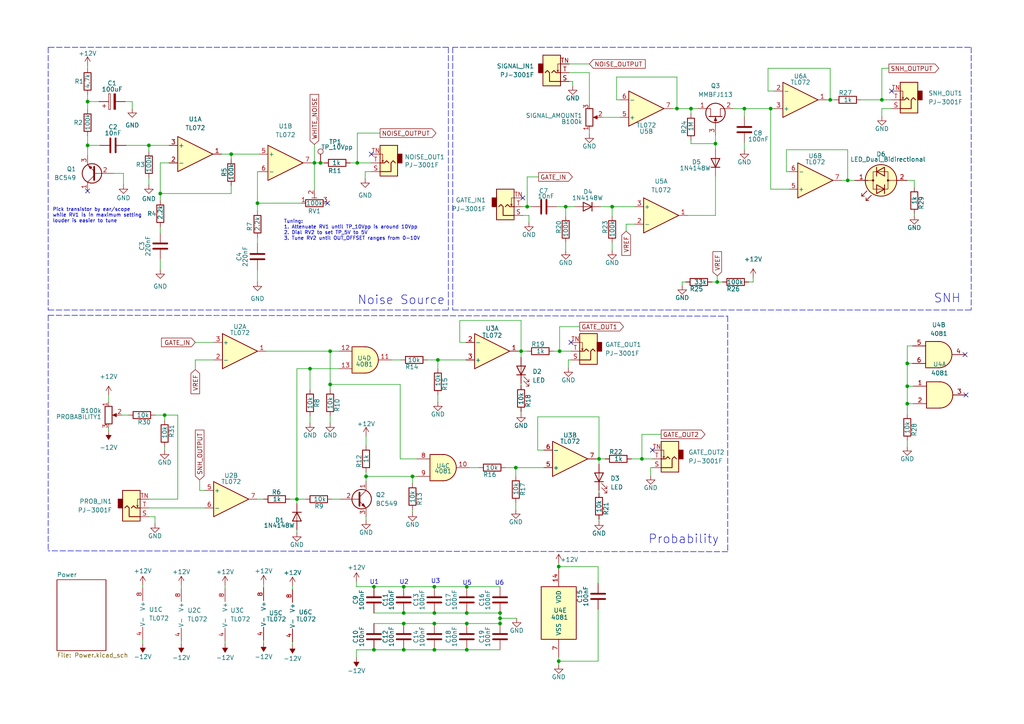
<source format=kicad_sch>
(kicad_sch (version 20211123) (generator eeschema)
  (paper "A4")
  (title_block (title "MiniSNH") (rev "v1.1"))
  (junction (at 200.406 31.496))
  (junction (at 173.736 133.096))
  (junction (at 127 104.394))
  (junction (at 125.984 180.848))
  (junction (at 208.026 81.788))
  (junction (at 263.144 117.094))
  (junction (at 263.144 105.41))
  (junction (at 103.632 47.244))
  (junction (at 117.094 180.848))
  (junction (at 215.9 31.496))
  (junction (at 145.034 177.8))
  (junction (at 47.752 120.396))
  (junction (at 223.52 31.496))
  (junction (at 240.792 28.956))
  (junction (at 106.172 138.176))
  (junction (at 135.382 180.848))
  (junction (at 119.634 138.176))
  (junction (at 207.518 41.656))
  (junction (at 117.094 177.8))
  (junction (at 255.778 28.956))
  (junction (at 25.4 29.464))
  (junction (at 263.144 112.014))
  (junction (at 162.052 164.338))
  (junction (at 177.546 59.944))
  (junction (at 245.872 52.324))
  (junction (at 92.964 47.244))
  (junction (at 162.306 101.854))
  (junction (at 164.084 59.944))
  (junction (at 145.034 180.848))
  (junction (at 135.382 177.8))
  (junction (at 25.4 42.164))
  (junction (at 108.458 188.468))
  (junction (at 117.094 170.18))
  (junction (at 46.482 56.134))
  (junction (at 74.676 58.928))
  (junction (at 117.094 188.468))
  (junction (at 125.984 177.8))
  (junction (at 108.458 170.18))
  (junction (at 125.984 188.468))
  (junction (at 125.984 170.18))
  (junction (at 162.052 191.77))
  (junction (at 151.13 101.854))
  (junction (at 89.916 106.934))
  (junction (at 145.034 179.324))
  (junction (at 67.056 44.704))
  (junction (at 135.382 170.18))
  (junction (at 95.758 101.854))
  (junction (at 86.106 144.78))
  (junction (at 196.342 31.496))
  (junction (at 149.606 135.636))
  (junction (at 43.18 42.164))
  (junction (at 152.908 59.944))
  (junction (at 91.186 47.244))
  (junction (at 186.182 133.096))
  (junction (at 135.382 188.468))
  (junction (at 95.758 111.506))
  (no_connect (at 189.23 130.556))
  (no_connect (at 165.608 99.314))
  (no_connect (at 280.162 114.554))
  (no_connect (at 279.908 102.87))
  (no_connect (at 151.638 57.404))
  (no_connect (at 107.696 44.704))
  (no_connect (at 25.4 55.372))
  (no_connect (at 94.996 58.928))
  (no_connect (at 258.572 26.416))
  (wire (pts (xy 117.094 180.848) (xy 125.984 180.848)))
  (wire (pts (xy 212.598 31.496) (xy 215.9 31.496)))
  (wire (pts (xy 107.696 49.784) (xy 105.918 49.784)))
  (wire (pts (xy 108.458 170.18) (xy 117.094 170.18)))
  (wire (pts (xy 151.13 101.854) (xy 152.908 101.854)))
  (wire (pts (xy 31.496 114.554) (xy 31.496 116.586)))
  (wire (pts (xy 65.278 185.928) (xy 65.278 186.69)))
  (wire (pts (xy 74.676 68.834) (xy 74.676 70.612)))
  (wire (pts (xy 41.402 169.672) (xy 41.402 170.434)))
  (wire (pts (xy 155.956 130.556) (xy 155.956 120.904)))
  (wire (pts (xy 31.496 124.206) (xy 31.496 124.968)))
  (wire (pts (xy 127 106.934) (xy 127 104.394)))
  (wire (pts (xy 125.984 177.8) (xy 135.382 177.8)))
  (wire (pts (xy 106.172 149.86) (xy 106.172 150.876)))
  (wire (pts (xy 263.144 100.33) (xy 263.144 105.41)))
  (wire (pts (xy 47.752 120.396) (xy 47.752 121.92)))
  (wire (pts (xy 95.758 111.506) (xy 116.078 111.506)))
  (wire (pts (xy 51.562 120.396) (xy 51.562 144.78)))
  (wire (pts (xy 263.144 112.014) (xy 263.144 117.094)))
  (wire (pts (xy 208.026 80.01) (xy 208.026 81.788)))
  (wire (pts (xy 25.4 29.464) (xy 28.702 29.464)))
  (polyline (pts (xy 130.048 13.716) (xy 13.97 13.716)))
  (wire (pts (xy 249.682 28.956) (xy 255.778 28.956)))
  (wire (pts (xy 164.084 59.944) (xy 166.624 59.944)))
  (wire (pts (xy 200.406 41.656) (xy 207.518 41.656)))
  (wire (pts (xy 240.792 19.812) (xy 240.792 28.956)))
  (wire (pts (xy 172.974 133.096) (xy 173.736 133.096)))
  (wire (pts (xy 152.908 51.308) (xy 152.908 59.944)))
  (wire (pts (xy 264.922 112.014) (xy 263.144 112.014)))
  (wire (pts (xy 33.02 50.292) (xy 35.814 50.292)))
  (polyline (pts (xy 281.686 13.716) (xy 281.686 89.916)))
  (wire (pts (xy 123.952 104.394) (xy 127 104.394)))
  (wire (pts (xy 149.606 135.636) (xy 157.734 135.636)))
  (wire (pts (xy 44.958 151.892) (xy 44.958 149.86)))
  (wire (pts (xy 207.518 39.116) (xy 207.518 41.656)))
  (wire (pts (xy 173.736 133.096) (xy 173.736 134.62)))
  (wire (pts (xy 263.144 117.094) (xy 264.922 117.094)))
  (wire (pts (xy 113.538 104.394) (xy 116.332 104.394)))
  (wire (pts (xy 174.244 59.944) (xy 177.546 59.944)))
  (polyline (pts (xy 13.97 91.44) (xy 211.074 91.694)))
  (wire (pts (xy 177.546 70.358) (xy 177.546 72.644)))
  (wire (pts (xy 125.984 180.848) (xy 135.382 180.848)))
  (wire (pts (xy 181.61 65.024) (xy 181.61 67.056)))
  (wire (pts (xy 135.382 170.18) (xy 145.034 170.18)))
  (wire (pts (xy 166.116 24.892) (xy 166.116 23.622)))
  (wire (pts (xy 77.216 101.854) (xy 95.758 101.854)))
  (polyline (pts (xy 130.048 13.716) (xy 130.048 89.916)))
  (wire (pts (xy 64.262 44.704) (xy 67.056 44.704)))
  (wire (pts (xy 125.984 170.18) (xy 135.382 170.18)))
  (wire (pts (xy 151.638 59.944) (xy 152.908 59.944)))
  (wire (pts (xy 177.546 59.944) (xy 177.546 62.738)))
  (wire (pts (xy 168.148 94.742) (xy 162.306 94.742)))
  (wire (pts (xy 46.482 47.244) (xy 49.022 47.244)))
  (wire (pts (xy 198.882 81.788) (xy 197.866 81.788)))
  (wire (pts (xy 84.836 186.182) (xy 84.836 186.944)))
  (wire (pts (xy 173.736 133.096) (xy 175.514 133.096)))
  (wire (pts (xy 56.642 99.314) (xy 61.976 99.314)))
  (wire (pts (xy 103.378 188.468) (xy 108.458 188.468)))
  (wire (pts (xy 174.752 34.036) (xy 179.832 34.036)))
  (wire (pts (xy 162.052 163.322) (xy 162.052 164.338)))
  (wire (pts (xy 265.176 61.976) (xy 265.176 62.484)))
  (wire (pts (xy 44.958 149.86) (xy 43.18 149.86)))
  (wire (pts (xy 86.106 106.934) (xy 89.916 106.934)))
  (wire (pts (xy 183.134 133.096) (xy 186.182 133.096)))
  (wire (pts (xy 47.752 129.54) (xy 47.752 130.556)))
  (wire (pts (xy 164.084 59.944) (xy 164.084 62.738)))
  (wire (pts (xy 218.44 80.518) (xy 218.44 81.788)))
  (wire (pts (xy 177.546 59.944) (xy 184.15 59.944)))
  (wire (pts (xy 90.424 47.244) (xy 91.186 47.244)))
  (wire (pts (xy 145.034 179.324) (xy 145.034 177.8)))
  (wire (pts (xy 263.144 117.094) (xy 263.144 120.142)))
  (wire (pts (xy 125.984 188.468) (xy 135.382 188.468)))
  (wire (pts (xy 207.518 51.054) (xy 207.518 62.484)))
  (wire (pts (xy 125.984 177.8) (xy 117.094 177.8)))
  (wire (pts (xy 36.576 42.164) (xy 43.18 42.164)))
  (wire (pts (xy 103.378 168.656) (xy 103.378 170.18)))
  (wire (pts (xy 173.482 176.784) (xy 173.482 191.77)))
  (wire (pts (xy 151.13 92.964) (xy 151.13 101.854)))
  (wire (pts (xy 35.306 120.396) (xy 37.338 120.396)))
  (wire (pts (xy 95.758 101.854) (xy 95.758 111.506)))
  (wire (pts (xy 146.558 135.636) (xy 149.606 135.636)))
  (wire (pts (xy 43.18 42.164) (xy 43.18 43.942)))
  (wire (pts (xy 133.35 99.314) (xy 133.35 92.964)))
  (wire (pts (xy 74.676 58.928) (xy 74.676 61.214)))
  (wire (pts (xy 56.642 107.188) (xy 56.642 104.394)))
  (wire (pts (xy 162.306 101.854) (xy 165.608 101.854)))
  (wire (pts (xy 110.236 38.608) (xy 103.632 38.608)))
  (wire (pts (xy 86.106 144.78) (xy 88.646 144.78)))
  (wire (pts (xy 196.342 22.352) (xy 196.342 31.496)))
  (wire (pts (xy 263.144 127.762) (xy 263.144 129.54)))
  (wire (pts (xy 136.144 135.636) (xy 138.938 135.636)))
  (wire (pts (xy 74.676 49.784) (xy 75.184 49.784)))
  (wire (pts (xy 178.816 28.956) (xy 178.816 22.352)))
  (polyline (pts (xy 13.97 91.44) (xy 13.97 159.766)))
  (wire (pts (xy 67.056 44.704) (xy 75.184 44.704)))
  (wire (pts (xy 161.544 59.944) (xy 164.084 59.944)))
  (wire (pts (xy 263.144 52.324) (xy 265.176 52.324)))
  (wire (pts (xy 135.382 177.8) (xy 145.034 177.8)))
  (wire (pts (xy 162.052 164.338) (xy 162.052 165.1)))
  (polyline (pts (xy 211.074 160.02) (xy 13.97 159.766)))
  (polyline (pts (xy 13.97 89.916) (xy 130.048 89.916)))
  (wire (pts (xy 215.9 31.496) (xy 223.52 31.496)))
  (wire (pts (xy 92.964 47.244) (xy 93.98 47.244)))
  (wire (pts (xy 52.578 169.672) (xy 52.578 170.688)))
  (wire (pts (xy 84.836 169.926) (xy 84.836 170.942)))
  (wire (pts (xy 25.4 42.164) (xy 25.4 45.212)))
  (polyline (pts (xy 131.318 13.716) (xy 131.318 89.916)))
  (wire (pts (xy 46.482 56.134) (xy 46.482 58.166)))
  (wire (pts (xy 74.676 144.78) (xy 76.454 144.78)))
  (wire (pts (xy 84.074 144.78) (xy 86.106 144.78)))
  (wire (pts (xy 86.106 153.67) (xy 86.106 154.432)))
  (wire (pts (xy 228.092 49.784) (xy 228.854 49.784)))
  (wire (pts (xy 119.634 147.828) (xy 119.634 148.59)))
  (wire (pts (xy 116.078 133.096) (xy 120.904 133.096)))
  (wire (pts (xy 186.182 125.984) (xy 186.182 133.096)))
  (wire (pts (xy 57.912 142.24) (xy 59.436 142.24)))
  (wire (pts (xy 255.778 19.812) (xy 257.81 19.812)))
  (wire (pts (xy 67.056 53.848) (xy 67.056 56.134)))
  (wire (pts (xy 119.634 138.176) (xy 119.634 140.208)))
  (wire (pts (xy 89.916 106.934) (xy 98.298 106.934)))
  (wire (pts (xy 264.668 100.33) (xy 263.144 100.33)))
  (wire (pts (xy 162.306 94.742) (xy 162.306 101.854)))
  (wire (pts (xy 46.482 75.184) (xy 46.482 78.232)))
  (wire (pts (xy 165.608 104.394) (xy 164.846 104.394)))
  (wire (pts (xy 244.094 52.324) (xy 245.872 52.324)))
  (wire (pts (xy 149.606 145.796) (xy 149.606 147.828)))
  (wire (pts (xy 200.406 31.496) (xy 200.406 33.02)))
  (wire (pts (xy 215.9 31.496) (xy 215.9 33.782)))
  (wire (pts (xy 89.916 106.934) (xy 89.916 113.03)))
  (wire (pts (xy 106.172 136.906) (xy 106.172 138.176)))
  (wire (pts (xy 263.144 105.41) (xy 264.668 105.41)))
  (wire (pts (xy 179.832 28.956) (xy 178.816 28.956)))
  (wire (pts (xy 149.606 138.176) (xy 149.606 135.636)))
  (wire (pts (xy 95.758 101.854) (xy 98.298 101.854)))
  (wire (pts (xy 91.186 47.244) (xy 92.964 47.244)))
  (wire (pts (xy 208.026 81.788) (xy 209.55 81.788)))
  (wire (pts (xy 86.106 106.934) (xy 86.106 144.78)))
  (wire (pts (xy 153.416 62.484) (xy 151.638 62.484)))
  (wire (pts (xy 106.172 138.176) (xy 119.634 138.176)))
  (wire (pts (xy 155.956 120.904) (xy 173.736 120.904)))
  (wire (pts (xy 57.912 139.192) (xy 57.912 142.24)))
  (wire (pts (xy 103.378 170.18) (xy 108.458 170.18)))
  (wire (pts (xy 25.4 42.164) (xy 28.956 42.164)))
  (wire (pts (xy 156.21 51.308) (xy 152.908 51.308)))
  (wire (pts (xy 117.094 177.8) (xy 108.458 177.8)))
  (wire (pts (xy 103.632 47.244) (xy 107.696 47.244)))
  (wire (pts (xy 223.52 54.864) (xy 228.854 54.864)))
  (wire (pts (xy 258.572 31.496) (xy 255.778 31.496)))
  (wire (pts (xy 47.752 120.396) (xy 51.562 120.396)))
  (wire (pts (xy 157.734 130.556) (xy 155.956 130.556)))
  (wire (pts (xy 200.406 40.64) (xy 200.406 41.656)))
  (wire (pts (xy 170.942 37.846) (xy 170.942 38.862)))
  (wire (pts (xy 25.4 19.05) (xy 25.4 19.812)))
  (wire (pts (xy 195.072 31.496) (xy 196.342 31.496)))
  (wire (pts (xy 65.278 169.672) (xy 65.278 170.688)))
  (wire (pts (xy 145.034 180.848) (xy 145.034 179.324)))
  (wire (pts (xy 43.18 147.32) (xy 59.436 147.32)))
  (wire (pts (xy 127 104.394) (xy 135.128 104.394)))
  (polyline (pts (xy 281.432 13.716) (xy 131.318 13.716)))
  (wire (pts (xy 240.792 28.956) (xy 239.776 28.956)))
  (wire (pts (xy 95.758 120.65) (xy 95.758 122.682)))
  (wire (pts (xy 173.482 191.77) (xy 162.052 191.77)))
  (wire (pts (xy 191.77 125.984) (xy 186.182 125.984)))
  (wire (pts (xy 91.186 41.91) (xy 91.186 47.244)))
  (wire (pts (xy 95.758 111.506) (xy 95.758 113.03)))
  (wire (pts (xy 149.86 179.324) (xy 145.034 179.324)))
  (wire (pts (xy 222.758 26.416) (xy 222.758 19.812)))
  (wire (pts (xy 46.482 56.134) (xy 46.482 47.244)))
  (wire (pts (xy 164.846 104.394) (xy 164.846 106.68)))
  (wire (pts (xy 160.528 101.854) (xy 162.306 101.854)))
  (wire (pts (xy 223.52 54.864) (xy 223.52 31.496)))
  (wire (pts (xy 106.172 138.176) (xy 106.172 139.7)))
  (wire (pts (xy 43.18 144.78) (xy 51.562 144.78)))
  (wire (pts (xy 186.182 133.096) (xy 189.23 133.096)))
  (wire (pts (xy 35.814 50.292) (xy 35.814 53.594)))
  (wire (pts (xy 165.1 18.542) (xy 170.942 18.542)))
  (wire (pts (xy 38.354 29.464) (xy 38.354 31.496)))
  (polyline (pts (xy 131.318 89.916) (xy 281.686 89.916)))
  (wire (pts (xy 91.186 47.244) (xy 91.186 55.118)))
  (wire (pts (xy 105.918 49.784) (xy 105.918 51.816)))
  (wire (pts (xy 150.368 101.854) (xy 151.13 101.854)))
  (wire (pts (xy 135.382 180.848) (xy 145.034 180.848)))
  (wire (pts (xy 228.092 43.434) (xy 228.092 49.784)))
  (wire (pts (xy 173.736 120.904) (xy 173.736 133.096)))
  (wire (pts (xy 164.084 70.358) (xy 164.084 72.644)))
  (wire (pts (xy 165.1 21.082) (xy 170.942 21.082)))
  (wire (pts (xy 25.4 27.432) (xy 25.4 29.464)))
  (wire (pts (xy 184.15 65.024) (xy 181.61 65.024)))
  (wire (pts (xy 74.676 58.928) (xy 87.376 58.928)))
  (wire (pts (xy 117.094 170.18) (xy 125.984 170.18)))
  (wire (pts (xy 178.816 22.352) (xy 196.342 22.352)))
  (wire (pts (xy 43.18 42.164) (xy 49.022 42.164)))
  (wire (pts (xy 36.322 29.464) (xy 38.354 29.464)))
  (wire (pts (xy 218.44 81.788) (xy 217.17 81.788)))
  (wire (pts (xy 255.778 28.956) (xy 255.778 19.812)))
  (wire (pts (xy 162.052 190.5) (xy 162.052 191.77)))
  (wire (pts (xy 151.13 101.854) (xy 151.13 103.632)))
  (wire (pts (xy 223.52 31.496) (xy 224.536 31.496)))
  (wire (pts (xy 162.052 164.338) (xy 173.482 164.338)))
  (wire (pts (xy 162.052 191.77) (xy 162.052 192.786)))
  (wire (pts (xy 127 114.554) (xy 127 116.586)))
  (wire (pts (xy 46.482 65.786) (xy 46.482 67.564)))
  (wire (pts (xy 108.458 188.468) (xy 117.094 188.468)))
  (wire (pts (xy 245.872 43.434) (xy 228.092 43.434)))
  (wire (pts (xy 106.172 126.492) (xy 106.172 129.286)))
  (wire (pts (xy 222.758 19.812) (xy 240.792 19.812)))
  (wire (pts (xy 152.908 59.944) (xy 153.924 59.944)))
  (wire (pts (xy 56.642 104.394) (xy 61.976 104.394)))
  (wire (pts (xy 103.378 190.754) (xy 103.378 188.468)))
  (wire (pts (xy 133.35 92.964) (xy 151.13 92.964)))
  (wire (pts (xy 116.078 111.506) (xy 116.078 133.096)))
  (wire (pts (xy 67.056 56.134) (xy 46.482 56.134)))
  (wire (pts (xy 263.144 105.41) (xy 263.144 112.014)))
  (wire (pts (xy 153.416 64.516) (xy 153.416 62.484)))
  (wire (pts (xy 189.23 135.636) (xy 188.722 135.636)))
  (wire (pts (xy 103.632 38.608) (xy 103.632 47.244)))
  (wire (pts (xy 245.872 52.324) (xy 245.872 43.434)))
  (wire (pts (xy 76.454 169.418) (xy 76.454 170.434)))
  (wire (pts (xy 173.482 164.338) (xy 173.482 169.164)))
  (wire (pts (xy 265.176 52.324) (xy 265.176 54.356)))
  (wire (pts (xy 188.722 135.636) (xy 188.722 137.922)))
  (wire (pts (xy 67.056 44.704) (xy 67.056 46.228)))
  (wire (pts (xy 117.094 188.468) (xy 125.984 188.468)))
  (wire (pts (xy 151.13 111.252) (xy 151.13 111.76)))
  (wire (pts (xy 89.916 120.65) (xy 89.916 122.682)))
  (wire (pts (xy 224.536 26.416) (xy 222.758 26.416)))
  (wire (pts (xy 101.6 47.244) (xy 103.632 47.244)))
  (wire (pts (xy 25.4 39.37) (xy 25.4 42.164)))
  (wire (pts (xy 74.676 49.784) (xy 74.676 58.928)))
  (wire (pts (xy 207.518 41.656) (xy 207.518 43.434)))
  (polyline (pts (xy 13.97 13.716) (xy 13.97 89.916)))
  (wire (pts (xy 151.13 119.38) (xy 151.13 119.888)))
  (wire (pts (xy 245.872 52.324) (xy 247.904 52.324)))
  (wire (pts (xy 96.266 144.78) (xy 98.552 144.78)))
  (wire (pts (xy 43.18 51.562) (xy 43.18 53.594)))
  (wire (pts (xy 240.792 28.956) (xy 242.062 28.956)))
  (polyline (pts (xy 211.074 91.694) (xy 211.074 160.02)))
  (wire (pts (xy 108.458 180.848) (xy 117.094 180.848)))
  (wire (pts (xy 25.4 29.464) (xy 25.4 31.75)))
  (wire (pts (xy 74.676 78.232) (xy 74.676 81.788)))
  (wire (pts (xy 52.578 185.928) (xy 52.578 186.69)))
  (wire (pts (xy 41.402 185.674) (xy 41.402 186.69)))
  (wire (pts (xy 196.342 31.496) (xy 200.406 31.496)))
  (wire (pts (xy 76.454 185.674) (xy 76.454 186.436)))
  (wire (pts (xy 207.518 62.484) (xy 199.39 62.484)))
  (wire (pts (xy 166.116 23.622) (xy 165.1 23.622)))
  (wire (pts (xy 135.382 188.468) (xy 145.034 188.468)))
  (wire (pts (xy 170.942 21.082) (xy 170.942 30.226)))
  (wire (pts (xy 173.736 150.622) (xy 173.736 151.13)))
  (wire (pts (xy 86.106 144.78) (xy 86.106 146.05)))
  (wire (pts (xy 200.406 31.496) (xy 202.438 31.496)))
  (wire (pts (xy 215.9 41.402) (xy 215.9 43.434)))
  (wire (pts (xy 197.866 81.788) (xy 197.866 82.804)))
  (wire (pts (xy 255.778 28.956) (xy 258.572 28.956)))
  (wire (pts (xy 119.634 138.176) (xy 120.904 138.176)))
  (wire (pts (xy 206.502 81.788) (xy 208.026 81.788)))
  (wire (pts (xy 135.128 99.314) (xy 133.35 99.314)))
  (wire (pts (xy 255.778 31.496) (xy 255.778 33.782)))
  (wire (pts (xy 44.958 120.396) (xy 47.752 120.396)))
  (wire (pts (xy 173.736 142.24) (xy 173.736 143.002)))
  (text "U3" (at 124.968 169.418 0) (effects (font (size 1.27 1.27)) (justify left bottom)))
  (text "Pick transistor by ear/scope\nwhile RV1 is in maximum setting\nlouder is easier to tune" (at 15.24 64.77 0) (effects (font (size 1.016 1.016)) (justify left bottom)))
  (text "U5" (at 134.112 169.926 0) (effects (font (size 1.27 1.27)) (justify left bottom)))
  (text "U6" (at 143.51 169.926 0) (effects (font (size 1.27 1.27)) (justify left bottom)))
  (text "U2\n" (at 115.824 169.672 0) (effects (font (size 1.27 1.27)) (justify left bottom)))
  (text "U1" (at 107.188 169.672 0) (effects (font (size 1.27 1.27)) (justify left bottom)))
  (text "Probability" (at 187.96 157.988 0) (effects (font (size 2.54 2.54)) (justify left bottom)))
  (text "Noise Source" (at 103.632 88.646 0) (effects (font (size 2.54 2.54)) (justify left bottom)))
  (text "Tuning:\n1. Attenuate RV1 until TP_10Vpp is around 10Vpp\n2. Dial RV2 to set TP_5V to 5V\n3. Tune RV2 until OUT_OFFSET ranges from 0-10V" (at 82.296 69.85 0) (effects (font (size 1.016 1.016)) (justify left bottom)))
  (text "SNH" (at 270.764 88.138 0) (effects (font (size 2.54 2.54)) (justify left bottom)))
  (global_label "SNH_OUTPUT" (shape input) (at 57.912 139.192 90) (property "Intersheet References" "${INTERSHEET_REFS}" (effects hide)))
  (global_label "GATE_OUT1" (shape output) (at 168.148 94.742 0) (property "Intersheet References" "${INTERSHEET_REFS}" (effects hide)))
  (global_label "NOISE_OUTPUT" (shape output) (at 110.236 38.608 0) (property "Intersheet References" "${INTERSHEET_REFS}" (effects hide)))
  (global_label "VREF" (shape input) (at 181.61 67.056 270) (property "Intersheet References" "${INTERSHEET_REFS}" (effects hide)))
  (global_label "NOISE_OUTPUT" (shape input) (at 170.942 18.542 0) (property "Intersheet References" "${INTERSHEET_REFS}" (effects hide)))
  (global_label "SNH_OUTPUT" (shape output) (at 257.81 19.812 0) (property "Intersheet References" "${INTERSHEET_REFS}" (effects hide)))
  (global_label "GATE_OUT2" (shape output) (at 191.77 125.984 0) (property "Intersheet References" "${INTERSHEET_REFS}" (effects hide)))
  (global_label "VREF" (shape input) (at 56.642 107.188 270) (property "Intersheet References" "${INTERSHEET_REFS}" (effects hide)))
  (global_label "GATE_IN" (shape input) (at 56.642 99.314 180) (property "Intersheet References" "${INTERSHEET_REFS}" (effects hide)))
  (global_label "VREF" (shape input) (at 208.026 80.01 90) (property "Intersheet References" "${INTERSHEET_REFS}" (effects hide)))
  (global_label "GATE_IN" (shape output) (at 156.21 51.308 0) (property "Intersheet References" "${INTERSHEET_REFS}" (effects hide)))
  (global_label "WHITE_NOISE" (shape input) (at 91.186 41.91 90) (property "Intersheet References" "${INTERSHEET_REFS}" (effects hide)))
  (symbol (lib_id "power:GND") (at 177.546 72.644 0) (unit 1)
    (property "Reference" "#PWR037" (effects hide))
    (property "Value" "GND" (at 177.546 76.2 0))
  )
  (symbol (lib_id "power:+12V") (at 41.402 169.672 0) (unit 1)
    (property "Reference" "#PWR011" (effects hide))
    (property "Value" "+12V" (at 41.402 165.608 0))
  )
  (symbol (lib_id "power:GND") (at 47.752 130.556 0) (unit 1)
    (property "Reference" "#PWR0105" (effects hide))
    (property "Value" "GND" (at 47.752 134.112 0))
  )
  (symbol (lib_id "Device:C_Polarized") (at 32.512 29.464 90) (unit 1)
    (property "Reference" "C1" (at 32.512 24.13 90))
    (property "Value" "100uF" (at 32.512 25.908 90))
    (property "Footprint" "benjiaomodular:Capacitor_Radial_D5.0mm_P2.5mm" (effects hide))
    (property "Manufacturers Name" "KEMET" (effects hide))
    (property "Manufacturers Part Number" "ESH107M010AC3AA" (effects hide))
  )
  (symbol (lib_id "Device:R") (at 41.148 120.396 270) (unit 1)
    (property "Reference" "R30" (at 39.878 122.428 90) (effects (justify left)))
    (property "Value" "10k" (at 39.624 120.396 90) (effects (justify left)))
    (property "Footprint" "Resistor_SMD:R_0603_1608Metric_Pad0.98x0.95mm_HandSolder" (effects hide))
    (property "Manufacturers Name" "YAGEO" (effects hide))
    (property "Manufacturers Part Number" "AC0603FR-0710KL" (effects hide))
  )
  (symbol (lib_id "Amplifier_Operational:TL072") (at 187.452 31.496 0) (mirror x) (unit 2)
    (property "Reference" "U5" (at 187.452 38.1 0))
    (property "Value" "TL072" (at 187.452 36.322 0))
    (property "Footprint" "Package_SO:SOIC-8_3.9x4.9mm_P1.27mm" (effects hide))
    (property "Datasheet" "http://www.ti.com/lit/ds/symlink/tl071.pdf" (effects hide))
    (property "Manufacturers Name" "STMicroelectronics" (effects hide))
    (property "Manufacturers Part Number" "TL072CDT" (effects hide))
  )
  (symbol (lib_id "Device:R") (at 142.748 135.636 90) (unit 1)
    (property "Reference" "R16" (at 144.018 137.668 90) (effects (justify left)))
    (property "Value" "10k" (at 144.526 135.636 90) (effects (justify left)))
    (property "Footprint" "Resistor_SMD:R_0603_1608Metric_Pad0.98x0.95mm_HandSolder" (effects hide))
    (property "Manufacturers Name" "YAGEO" (effects hide))
    (property "Manufacturers Part Number" "AC0603FR-0710KL" (effects hide))
  )
  (symbol (lib_id "Diode:1N4148W") (at 207.518 47.244 90) (unit 1)
    (property "Reference" "D5" (at 200.66 46.99 90) (effects (justify right)))
    (property "Value" "1N4148W" (at 197.104 48.768 90) (effects (justify right)))
    (property "Footprint" "Diode_SMD:D_SOD-123" (effects hide))
    (property "Datasheet" "https://www.vishay.com/docs/85748/1n4148w.pdf" (effects hide))
    (property "Manufacturers Name" "Diodes Incorporated" (effects hide))
    (property "Manufacturers Part Number" "1N4148WQ-7-F" (effects hide))
  )
  (symbol (lib_id "power:GND") (at 164.084 72.644 0) (unit 1)
    (property "Reference" "#PWR033" (effects hide))
    (property "Value" "GND" (at 164.084 76.2 0))
  )
  (symbol (lib_id "power:GND") (at 162.052 192.786 0) (unit 1)
    (property "Reference" "#PWR018" (effects hide))
    (property "Value" "GND" (at 162.052 196.342 0))
  )
  (symbol (lib_id "Connector:AudioJack2_SwitchT") (at 112.776 47.244 180) (unit 1)
    (property "Reference" "NOISE_OUT1" (at 117.348 45.5422 0) (effects (justify right)))
    (property "Value" "PJ-3001F" (at 117.348 47.8536 0) (effects (justify right)))
    (property "Footprint" "benjiaomodular:AudioJack_3.5mm" (effects hide))
    (property "Manufacturers Name" "Tayda Electronics" (effects hide))
    (property "Manufacturers Part Number" "PJ-3001F" (effects hide))
  )
  (symbol (lib_id "Device:C") (at 125.984 173.99 180) (unit 1)
    (property "Reference" "C13" (at 120.65 173.99 90))
    (property "Value" "100nF" (at 122.428 173.99 90))
    (property "Footprint" "Capacitor_SMD:C_0603_1608Metric_Pad1.08x0.95mm_HandSolder" (effects hide))
    (property "Manufacturers Name" "YAGEO" (effects hide))
    (property "Manufacturers Part Number" "CC0603JRX7R9BB104" (effects hide))
  )
  (symbol (lib_id "Amplifier_Operational:TL072") (at 43.942 178.054 0) (unit 3)
    (property "Reference" "U1" (at 43.18 176.7839 0) (effects (justify left)))
    (property "Value" "TL072" (at 43.18 179.3239 0) (effects (justify left)))
    (property "Footprint" "Package_SO:SOIC-8_3.9x4.9mm_P1.27mm" (effects hide))
    (property "Datasheet" "http://www.ti.com/lit/ds/symlink/tl071.pdf" (effects hide))
    (property "Manufacturers Name" "STMicroelectronics" (effects hide))
    (property "Manufacturers Part Number" "TL072CDT" (effects hide))
  )
  (symbol (lib_id "power:+12V") (at 25.4 19.05 0) (unit 1)
    (property "Reference" "#PWR01" (effects hide))
    (property "Value" "+12V" (at 25.4 15.494 0))
  )
  (symbol (lib_id "Device:R") (at 151.13 115.57 180) (unit 1)
    (property "Reference" "R18" (at 153.162 114.3 90) (effects (justify left)))
    (property "Value" "10k" (at 151.13 113.792 90) (effects (justify left)))
    (property "Footprint" "Resistor_SMD:R_0603_1608Metric_Pad0.98x0.95mm_HandSolder" (effects hide))
    (property "Manufacturers Name" "YAGEO" (effects hide))
    (property "Manufacturers Part Number" "AC0603FR-0710KL" (effects hide))
  )
  (symbol (lib_id "Device:R") (at 200.406 36.83 0) (unit 1)
    (property "Reference" "R24" (at 198.374 38.862 90) (effects (justify left)))
    (property "Value" "1M" (at 200.406 38.1 90) (effects (justify left)))
    (property "Footprint" "Resistor_SMD:R_0603_1608Metric_Pad0.98x0.95mm_HandSolder" (effects hide))
    (property "Manufacturers Name" "YAGEO" (effects hide))
    (property "Manufacturers Part Number" "RC0603FR-071ML" (effects hide))
  )
  (symbol (lib_id "power:GND") (at 35.814 53.594 0) (unit 1)
    (property "Reference" "#PWR04" (effects hide))
    (property "Value" "GND" (at 35.814 57.404 0))
  )
  (symbol (lib_id "power:GND") (at 263.144 129.54 0) (unit 1)
    (property "Reference" "#PWR044" (effects hide))
    (property "Value" "GND" (at 263.144 133.096 0))
  )
  (symbol (lib_id "Device:R") (at 47.752 125.73 0) (unit 1)
    (property "Reference" "R31" (at 49.784 127 90) (effects (justify left)))
    (property "Value" "10k" (at 47.752 127.254 90) (effects (justify left)))
    (property "Footprint" "Resistor_SMD:R_0603_1608Metric_Pad0.98x0.95mm_HandSolder" (effects hide))
    (property "Manufacturers Name" "YAGEO" (effects hide))
    (property "Manufacturers Part Number" "AC0603FR-0710KL" (effects hide))
  )
  (symbol (lib_id "power:GND") (at 43.18 53.594 0) (unit 1)
    (property "Reference" "#PWR06" (effects hide))
    (property "Value" "GND" (at 43.18 57.658 0))
  )
  (symbol (lib_id "power:+12V") (at 84.836 169.926 0) (unit 1)
    (property "Reference" "#PWR010" (effects hide))
    (property "Value" "+12V" (at 84.836 166.116 0))
  )
  (symbol (lib_id "power:GND") (at 166.116 24.892 0) (unit 1)
    (property "Reference" "#PWR035" (effects hide))
    (property "Value" "GND" (at 166.116 28.448 0))
  )
  (symbol (lib_id "Amplifier_Operational:TL072") (at 82.296 178.562 0) (mirror y) (unit 3)
    (property "Reference" "U6" (at 86.614 177.546 0) (effects (justify right)))
    (property "Value" "TL072" (at 85.852 179.578 0) (effects (justify right)))
    (property "Footprint" "Package_SO:SOIC-8_3.9x4.9mm_P1.27mm" (effects hide))
    (property "Datasheet" "http://www.ti.com/lit/ds/symlink/tl071.pdf" (effects hide))
    (property "Manufacturers Name" "STMicroelectronics" (effects hide))
    (property "Manufacturers Part Number" "TL072CDT" (effects hide))
  )
  (symbol (lib_id "power:GND") (at 255.778 33.782 0) (unit 1)
    (property "Reference" "#PWR043" (effects hide))
    (property "Value" "GND" (at 255.778 37.338 0))
  )
  (symbol (lib_id "Amplifier_Operational:TL072") (at 56.642 44.704 0) (unit 1)
    (property "Reference" "U1" (at 56.642 34.544 0))
    (property "Value" "TL072" (at 56.642 37.084 0))
    (property "Footprint" "Package_SO:SOIC-8_3.9x4.9mm_P1.27mm" (effects hide))
    (property "Datasheet" "http://www.ti.com/lit/ds/symlink/tl071.pdf" (effects hide))
    (property "Manufacturers Name" "STMicroelectronics" (effects hide))
    (property "Manufacturers Part Number" "TL072CDT" (effects hide))
  )
  (symbol (lib_id "Device:C") (at 32.766 42.164 90) (unit 1)
    (property "Reference" "C2" (at 32.766 36.83 90))
    (property "Value" "10nF" (at 32.766 38.608 90))
    (property "Footprint" "Capacitor_SMD:C_0603_1608Metric_Pad1.08x0.95mm_HandSolder" (effects hide))
    (property "Manufacturers Name" "YAGEO" (effects hide))
    (property "Manufacturers Part Number" "CC0603JRX7R9BB103" (effects hide))
  )
  (symbol (lib_id "Device:LED") (at 173.736 138.43 90) (unit 1)
    (property "Reference" "D3" (at 177.038 138.7474 90) (effects (justify right)))
    (property "Value" "LED" (at 177.038 141.2874 90) (effects (justify right)))
    (property "Footprint" "LED_THT:LED_D3.0mm" (effects hide))
    (property "Manufacturers Name" "Tayda Electronics" (effects hide))
    (property "Manufacturers Part Number" "A-261" (effects hide))
  )
  (symbol (lib_id "Device:R") (at 95.758 116.84 180) (unit 1)
    (property "Reference" "R10" (at 97.79 115.57 90) (effects (justify left)))
    (property "Value" "10k" (at 95.758 115.062 90) (effects (justify left)))
    (property "Footprint" "Resistor_SMD:R_0603_1608Metric_Pad0.98x0.95mm_HandSolder" (effects hide))
    (property "Manufacturers Name" "YAGEO" (effects hide))
    (property "Manufacturers Part Number" "AC0603FR-0710KL" (effects hide))
  )
  (symbol (lib_id "Device:C") (at 117.094 173.99 180) (unit 1)
    (property "Reference" "C11" (at 111.76 173.99 90))
    (property "Value" "100nF" (at 113.538 173.99 90))
    (property "Footprint" "Capacitor_SMD:C_0603_1608Metric_Pad1.08x0.95mm_HandSolder" (effects hide))
    (property "Manufacturers Name" "YAGEO" (effects hide))
    (property "Manufacturers Part Number" "CC0603JRX7R9BB104" (effects hide))
  )
  (symbol (lib_id "Device:C") (at 108.458 184.658 180) (unit 1)
    (property "Reference" "C10" (at 103.124 184.658 90))
    (property "Value" "100nF" (at 104.902 184.658 90))
    (property "Footprint" "Capacitor_SMD:C_0603_1608Metric_Pad1.08x0.95mm_HandSolder" (effects hide))
    (property "Manufacturers Name" "YAGEO" (effects hide))
    (property "Manufacturers Part Number" "CC0603JRX7R9BB104" (effects hide))
  )
  (symbol (lib_id "power:-12V") (at 76.454 186.436 180) (unit 1)
    (property "Reference" "#PWR045" (effects hide))
    (property "Value" "-12V" (at 76.454 190.5 0))
  )
  (symbol (lib_id "power:+12V") (at 52.578 169.672 0) (unit 1)
    (property "Reference" "#PWR013" (effects hide))
    (property "Value" "+12V" (at 52.578 165.862 0))
  )
  (symbol (lib_id "4xxx:4081") (at 105.918 104.394 0) (unit 4)
    (property "Reference" "U4" (at 105.664 103.886 0))
    (property "Value" "4081" (at 105.664 105.664 0))
    (property "Footprint" "Package_SO:SOIC-14_3.9x8.7mm_P1.27mm" (effects hide))
    (property "Datasheet" "http://www.intersil.com/content/dam/Intersil/documents/cd40/cd4073bms-81bms-82bms.pdf" (effects hide))
    (property "Manufacturers Name" "Texas Instruments" (effects hide))
    (property "Manufacturers Part Number" "CD4081BM96" (effects hide))
  )
  (symbol (lib_id "power:-12V") (at 52.578 186.69 180) (unit 1)
    (property "Reference" "#PWR014" (effects hide))
    (property "Value" "-12V" (at 52.578 190.754 0))
  )
  (symbol (lib_id "Device:C") (at 173.482 172.974 180) (unit 1)
    (property "Reference" "C15" (at 168.148 172.974 90))
    (property "Value" "100nF" (at 169.926 172.974 90))
    (property "Footprint" "Capacitor_SMD:C_0603_1608Metric_Pad1.08x0.95mm_HandSolder" (effects hide))
    (property "Manufacturers Name" "YAGEO" (effects hide))
    (property "Manufacturers Part Number" "CC0603JRX7R9BB104" (effects hide))
  )
  (symbol (lib_id "Device:R") (at 202.692 81.788 90) (unit 1)
    (property "Reference" "R25" (at 203.962 83.82 90) (effects (justify left)))
    (property "Value" "33k" (at 204.978 81.788 90) (effects (justify left)))
    (property "Footprint" "Resistor_SMD:R_0603_1608Metric_Pad0.98x0.95mm_HandSolder" (effects hide))
  )
  (symbol (lib_id "Device:C") (at 108.458 173.99 180) (unit 1)
    (property "Reference" "C9" (at 103.124 173.99 90))
    (property "Value" "100nF" (at 104.902 173.99 90))
    (property "Footprint" "Capacitor_SMD:C_0603_1608Metric_Pad1.08x0.95mm_HandSolder" (effects hide))
    (property "Manufacturers Name" "YAGEO" (effects hide))
    (property "Manufacturers Part Number" "CC0603JRX7R9BB104" (effects hide))
  )
  (symbol (lib_id "Device:R") (at 106.172 133.096 180) (unit 1)
    (property "Reference" "R12" (at 104.14 131.826 90) (effects (justify left)))
    (property "Value" "1k" (at 106.172 131.826 90) (effects (justify left)))
    (property "Footprint" "Resistor_SMD:R_0603_1608Metric_Pad0.98x0.95mm_HandSolder" (effects hide))
    (property "Manufacturers Name" "YAGEO" (effects hide))
    (property "Manufacturers Part Number" "RC0603FR-071KL" (effects hide))
  )
  (symbol (lib_id "Device:R") (at 74.676 65.024 0) (unit 1)
    (property "Reference" "R7" (at 72.39 67.056 90) (effects (justify left)))
    (property "Value" "2.2k" (at 74.676 67.056 90) (effects (justify left)))
    (property "Footprint" "Resistor_SMD:R_0603_1608Metric_Pad0.98x0.95mm_HandSolder" (effects hide))
    (property "Manufacturers Name" "KOA Speer Electronics, Inc." (effects hide))
    (property "Manufacturers Part Number" "RK73B1JTTD222J" (effects hide))
  )
  (symbol (lib_id "Device:R") (at 89.916 116.84 180) (unit 1)
    (property "Reference" "R8" (at 91.948 115.57 90) (effects (justify left)))
    (property "Value" "10k" (at 89.916 115.062 90) (effects (justify left)))
    (property "Footprint" "Resistor_SMD:R_0603_1608Metric_Pad0.98x0.95mm_HandSolder" (effects hide))
    (property "Manufacturers Name" "YAGEO" (effects hide))
    (property "Manufacturers Part Number" "AC0603FR-0710KL" (effects hide))
  )
  (symbol (lib_id "Device:R_Potentiometer_Trim") (at 91.186 58.928 90) (unit 1)
    (property "Reference" "RV1" (at 91.186 61.214 90))
    (property "Value" "100k" (at 91.186 58.928 90))
    (property "Footprint" "Potentiometer_THT:Potentiometer_Bourns_3266Y_Vertical" (effects hide))
  )
  (symbol (lib_id "power:GND") (at 89.916 122.682 0) (unit 1)
    (property "Reference" "#PWR022" (effects hide))
    (property "Value" "GND" (at 89.916 126.238 0))
  )
  (symbol (lib_id "power:GND") (at 127 116.586 0) (unit 1)
    (property "Reference" "#PWR028" (effects hide))
    (property "Value" "GND" (at 127 120.142 0))
  )
  (symbol (lib_id "Amplifier_Operational:TL072") (at 236.474 52.324 0) (mirror x) (unit 2)
    (property "Reference" "U6" (at 236.474 45.212 0))
    (property "Value" "TL072" (at 236.474 46.99 0))
    (property "Footprint" "Package_SO:SOIC-8_3.9x4.9mm_P1.27mm" (effects hide))
    (property "Datasheet" "http://www.ti.com/lit/ds/symlink/tl071.pdf" (effects hide))
    (property "Manufacturers Name" "STMicroelectronics" (effects hide))
    (property "Manufacturers Part Number" "TL072CDT" (effects hide))
  )
  (symbol (lib_id "Device:R") (at 177.546 66.548 0) (unit 1)
    (property "Reference" "R23" (at 175.514 67.818 90) (effects (justify left)))
    (property "Value" "100k" (at 177.546 68.834 90) (effects (justify left)))
    (property "Footprint" "Resistor_SMD:R_0603_1608Metric_Pad0.98x0.95mm_HandSolder" (effects hide))
    (property "Manufacturers Name" "YAGEO" (effects hide))
    (property "Manufacturers Part Number" "RC0603FR-07100KL" (effects hide))
  )
  (symbol (lib_id "Device:R") (at 92.456 144.78 270) (unit 1)
    (property "Reference" "R9" (at 91.186 146.812 90) (effects (justify left)))
    (property "Value" "10k" (at 90.932 144.78 90) (effects (justify left)))
    (property "Footprint" "Resistor_SMD:R_0603_1608Metric_Pad0.98x0.95mm_HandSolder" (effects hide))
    (property "Manufacturers Name" "YAGEO" (effects hide))
    (property "Manufacturers Part Number" "AC0603FR-0710KL" (effects hide))
  )
  (symbol (lib_id "power:+12V") (at 65.278 169.672 0) (unit 1)
    (property "Reference" "#PWR015" (effects hide))
    (property "Value" "+12V" (at 65.278 165.862 0))
  )
  (symbol (lib_id "Device:R") (at 25.4 35.56 0) (unit 1)
    (property "Reference" "R2" (at 21.336 35.56 0) (effects (justify left)))
    (property "Value" "100k" (at 25.4 37.846 90) (effects (justify left)))
    (property "Footprint" "Resistor_SMD:R_0603_1608Metric_Pad0.98x0.95mm_HandSolder" (effects hide))
    (property "Manufacturers Name" "YAGEO" (effects hide))
    (property "Manufacturers Part Number" "RC0603FR-07100KL" (effects hide))
  )
  (symbol (lib_id "Device:R") (at 97.79 47.244 90) (unit 1)
    (property "Reference" "R11" (at 99.06 49.53 90) (effects (justify left)))
    (property "Value" "1k" (at 98.806 47.244 90) (effects (justify left)))
    (property "Footprint" "Resistor_SMD:R_0603_1608Metric_Pad0.98x0.95mm_HandSolder" (effects hide))
    (property "Manufacturers Name" "YAGEO" (effects hide))
    (property "Manufacturers Part Number" "RC0603FR-071KL" (effects hide))
  )
  (symbol (lib_id "power:GND") (at 188.722 137.922 0) (unit 1)
    (property "Reference" "#PWR038" (effects hide))
    (property "Value" "GND" (at 188.722 141.478 0))
  )
  (symbol (lib_id "Device:R") (at 80.264 144.78 90) (unit 1)
    (property "Reference" "R6" (at 81.534 142.748 90) (effects (justify left)))
    (property "Value" "1k" (at 81.534 144.78 90) (effects (justify left)))
    (property "Footprint" "Resistor_SMD:R_0603_1608Metric_Pad0.98x0.95mm_HandSolder" (effects hide))
    (property "Manufacturers Name" "YAGEO" (effects hide))
    (property "Manufacturers Part Number" "RC0603FR-071KL" (effects hide))
  )
  (symbol (lib_id "power:-12V") (at 41.402 186.69 180) (unit 1)
    (property "Reference" "#PWR012" (effects hide))
    (property "Value" "-12V" (at 41.402 190.5 0))
  )
  (symbol (lib_id "Connector:AudioJack2_SwitchT") (at 160.02 21.082 0) (mirror x) (unit 1)
    (property "Reference" "SIGNAL_IN1" (at 154.94 19.1769 0) (effects (justify right)))
    (property "Value" "PJ-3001F" (at 154.94 21.7169 0) (effects (justify right)))
    (property "Footprint" "benjiaomodular:AudioJack_3.5mm" (effects hide))
    (property "Manufacturers Name" "Tayda Electronics" (effects hide))
    (property "Manufacturers Part Number" "PJ-3001F" (effects hide))
  )
  (symbol (lib_id "Device:R") (at 119.634 144.018 180) (unit 1)
    (property "Reference" "R13" (at 121.666 142.748 90) (effects (justify left)))
    (property "Value" "10k" (at 119.634 142.24 90) (effects (justify left)))
    (property "Footprint" "Resistor_SMD:R_0603_1608Metric_Pad0.98x0.95mm_HandSolder" (effects hide))
    (property "Manufacturers Name" "YAGEO" (effects hide))
    (property "Manufacturers Part Number" "AC0603FR-0710KL" (effects hide))
  )
  (symbol (lib_id "Amplifier_Operational:TL072") (at 73.914 178.054 0) (mirror y) (unit 3)
    (property "Reference" "U5" (at 77.978 177.8 0) (effects (justify right)))
    (property "Value" "TL072" (at 77.216 179.578 0) (effects (justify right)))
    (property "Footprint" "Package_SO:SOIC-8_3.9x4.9mm_P1.27mm" (effects hide))
    (property "Datasheet" "http://www.ti.com/lit/ds/symlink/tl071.pdf" (effects hide))
    (property "Manufacturers Name" "STMicroelectronics" (effects hide))
    (property "Manufacturers Part Number" "TL072CDT" (effects hide))
  )
  (symbol (lib_id "Device:C") (at 145.034 173.99 180) (unit 1)
    (property "Reference" "C16" (at 139.7 173.99 90))
    (property "Value" "100nF" (at 141.478 173.99 90))
    (property "Footprint" "Capacitor_SMD:C_0603_1608Metric_Pad1.08x0.95mm_HandSolder" (effects hide))
    (property "Manufacturers Name" "YAGEO" (effects hide))
    (property "Manufacturers Part Number" "CC0603JRX7R9BB104" (effects hide))
  )
  (symbol (lib_id "power:GND") (at 215.9 43.434 0) (unit 1)
    (property "Reference" "#PWR040" (effects hide))
    (property "Value" "GND" (at 215.9 46.99 0))
  )
  (symbol (lib_id "power:-12V") (at 65.278 186.69 180) (unit 1)
    (property "Reference" "#PWR016" (effects hide))
    (property "Value" "-12V" (at 65.278 190.754 0))
  )
  (symbol (lib_id "Transistor_BJT:BC549") (at 103.632 144.78 0) (unit 1)
    (property "Reference" "Q2" (at 108.966 143.5099 0) (effects (justify left)))
    (property "Value" "BC549" (at 108.966 146.0499 0) (effects (justify left)))
    (property "Footprint" "Package_TO_SOT_THT:TO-92_Inline_Wide" (effects hide))
    (property "Datasheet" "https://www.onsemi.com/pub/Collateral/BC550-D.pdf" (effects hide))
    (property "Manufacturers Name" "onsemi / Fairchild" (effects hide))
    (property "Manufacturers Part Number" "BC549BTF" (effects hide))
  )
  (symbol (lib_id "Connector:AudioJack2_SwitchT") (at 194.31 133.096 180) (unit 1)
    (property "Reference" "GATE_OUT2" (at 199.644 131.1909 0) (effects (justify right)))
    (property "Value" "PJ-3001F" (at 199.644 133.7309 0) (effects (justify right)))
    (property "Footprint" "benjiaomodular:AudioJack_3.5mm" (effects hide))
    (property "Manufacturers Name" "Tayda Electronics" (effects hide))
    (property "Manufacturers Part Number" "PJ-3001F" (effects hide))
  )
  (symbol (lib_id "Device:R") (at 120.142 104.394 90) (unit 1)
    (property "Reference" "R14" (at 121.412 106.426 90) (effects (justify left)))
    (property "Value" "10k" (at 121.92 104.394 90) (effects (justify left)))
    (property "Footprint" "Resistor_SMD:R_0603_1608Metric_Pad0.98x0.95mm_HandSolder" (effects hide))
    (property "Manufacturers Name" "YAGEO" (effects hide))
    (property "Manufacturers Part Number" "AC0603FR-0710KL" (effects hide))
  )
  (symbol (lib_id "power:GND") (at 46.482 78.232 0) (unit 1)
    (property "Reference" "#PWR019" (effects hide))
    (property "Value" "GND" (at 46.482 83.058 0))
  )
  (symbol (lib_id "Device:R_Potentiometer") (at 31.496 120.396 0) (unit 1)
    (property "Reference" "PROBABILITY1" (at 29.464 120.904 0) (effects (justify right)))
    (property "Value" "B100k" (at 29.464 119.1261 0) (effects (justify right)))
    (property "Footprint" "benjiaomodular:Potentiometer_RV09_NoBracket" (effects hide))
    (property "Manufacturers Name" "Alpha (Taiwan)" (effects hide))
    (property "Manufacturers Part Number" "RD901F-40-15R1-B100K" (effects hide))
  )
  (symbol (lib_id "4xxx:4081") (at 272.542 114.554 0) (unit 1)
    (property "Reference" "U4" (at 272.542 105.664 0))
    (property "Value" "4081" (at 272.542 108.204 0))
    (property "Footprint" "Package_SO:SOIC-14_3.9x8.7mm_P1.27mm" (effects hide))
    (property "Datasheet" "http://www.intersil.com/content/dam/Intersil/documents/cd40/cd4073bms-81bms-82bms.pdf" (effects hide))
    (property "Manufacturers Name" "Texas Instruments" (effects hide))
    (property "Manufacturers Part Number" "CD4081BM96" (effects hide))
  )
  (symbol (lib_id "Amplifier_Operational:TL072") (at 165.354 133.096 0) (mirror x) (unit 2)
    (property "Reference" "U3" (at 165.354 126.238 0))
    (property "Value" "TL072" (at 165.354 128.016 0))
    (property "Footprint" "Package_SO:SOIC-8_3.9x4.9mm_P1.27mm" (effects hide))
    (property "Datasheet" "http://www.ti.com/lit/ds/symlink/tl071.pdf" (effects hide))
    (property "Manufacturers Name" "STMicroelectronics" (effects hide))
    (property "Manufacturers Part Number" "TL072CDT" (effects hide))
  )
  (symbol (lib_id "power:-12V") (at 103.378 190.754 180) (unit 1)
    (property "Reference" "#PWR09" (effects hide))
    (property "Value" "-12V" (at 103.378 194.564 0))
  )
  (symbol (lib_id "Device:R") (at 149.606 141.986 180) (unit 1)
    (property "Reference" "R17" (at 151.638 139.954 90) (effects (justify left)))
    (property "Value" "10k" (at 149.606 139.954 90) (effects (justify left)))
    (property "Footprint" "Resistor_SMD:R_0603_1608Metric_Pad0.98x0.95mm_HandSolder" (effects hide))
    (property "Manufacturers Name" "YAGEO" (effects hide))
    (property "Manufacturers Part Number" "AC0603FR-0710KL" (effects hide))
  )
  (symbol (lib_id "power:-12V") (at 31.496 124.968 180) (unit 1)
    (property "Reference" "#PWR03" (effects hide))
    (property "Value" "-12V" (at 31.496 129.794 0))
  )
  (symbol (lib_id "Device:R") (at 46.482 61.976 0) (unit 1)
    (property "Reference" "R4" (at 42.672 61.976 0) (effects (justify left)))
    (property "Value" "2.2k" (at 46.482 63.754 90) (effects (justify left)))
    (property "Footprint" "Resistor_SMD:R_0603_1608Metric_Pad0.98x0.95mm_HandSolder" (effects hide))
    (property "Manufacturers Name" "KOA Speer Electronics, Inc." (effects hide))
    (property "Manufacturers Part Number" "RK73B1JTTD222J" (effects hide))
  )
  (symbol (lib_id "Amplifier_Operational:TL072") (at 142.748 101.854 0) (mirror x) (unit 1)
    (property "Reference" "U3" (at 142.748 95.25 0))
    (property "Value" "TL072" (at 142.748 97.282 0))
    (property "Footprint" "Package_SO:SOIC-8_3.9x4.9mm_P1.27mm" (effects hide))
    (property "Datasheet" "http://www.ti.com/lit/ds/symlink/tl071.pdf" (effects hide))
    (property "Manufacturers Name" "STMicroelectronics" (effects hide))
    (property "Manufacturers Part Number" "TL072CDT" (effects hide))
  )
  (symbol (lib_id "Device:R") (at 265.176 58.166 180) (unit 1)
    (property "Reference" "R29" (at 267.208 56.896 90) (effects (justify left)))
    (property "Value" "1k" (at 265.176 56.896 90) (effects (justify left)))
    (property "Footprint" "Resistor_SMD:R_0603_1608Metric_Pad0.98x0.95mm_HandSolder" (effects hide))
    (property "Manufacturers Name" "YAGEO" (effects hide))
    (property "Manufacturers Part Number" "RC0603FR-071KL" (effects hide))
  )
  (symbol (lib_id "power:GND") (at 95.758 122.682 0) (unit 1)
    (property "Reference" "#PWR023" (effects hide))
    (property "Value" "GND" (at 95.758 126.238 0))
  )
  (symbol (lib_id "power:GND") (at 170.942 38.862 0) (unit 1)
    (property "Reference" "#PWR036" (effects hide))
    (property "Value" "GND" (at 170.942 42.418 0))
  )
  (symbol (lib_id "power:GND") (at 44.958 151.892 0) (unit 1)
    (property "Reference" "#PWR07" (effects hide))
    (property "Value" "GND" (at 44.958 155.448 0))
  )
  (symbol (lib_id "Amplifier_Operational:TL072") (at 69.596 101.854 0) (unit 1)
    (property "Reference" "U2" (at 69.596 94.742 0))
    (property "Value" "TL072" (at 69.596 96.52 0))
    (property "Footprint" "Package_SO:SOIC-8_3.9x4.9mm_P1.27mm" (effects hide))
    (property "Datasheet" "http://www.ti.com/lit/ds/symlink/tl071.pdf" (effects hide))
    (property "Manufacturers Name" "STMicroelectronics" (effects hide))
    (property "Manufacturers Part Number" "TL072CDT" (effects hide))
  )
  (symbol (lib_id "Amplifier_Operational:TL072") (at 67.818 178.308 0) (unit 3)
    (property "Reference" "U3" (at 66.802 177.0379 0) (effects (justify left)))
    (property "Value" "TL072" (at 66.802 179.5779 0) (effects (justify left)))
    (property "Footprint" "Package_SO:SOIC-8_3.9x4.9mm_P1.27mm" (effects hide))
    (property "Datasheet" "http://www.ti.com/lit/ds/symlink/tl071.pdf" (effects hide))
    (property "Manufacturers Name" "STMicroelectronics" (effects hide))
    (property "Manufacturers Part Number" "TL072CDT" (effects hide))
  )
  (symbol (lib_id "Amplifier_Operational:TL072") (at 82.804 47.244 0) (unit 2)
    (property "Reference" "U1" (at 82.804 36.576 0))
    (property "Value" "TL072" (at 82.804 39.116 0))
    (property "Footprint" "Package_SO:SOIC-8_3.9x4.9mm_P1.27mm" (effects hide))
    (property "Datasheet" "http://www.ti.com/lit/ds/symlink/tl071.pdf" (effects hide))
    (property "Manufacturers Name" "STMicroelectronics" (effects hide))
    (property "Manufacturers Part Number" "TL072CDT" (effects hide))
  )
  (symbol (lib_id "power:GND") (at 105.918 51.816 0) (unit 1)
    (property "Reference" "#PWR026" (effects hide))
    (property "Value" "GND" (at 105.918 56.642 0))
  )
  (symbol (lib_id "Device:R") (at 213.36 81.788 90) (unit 1)
    (property "Reference" "R26" (at 214.63 83.82 90) (effects (justify left)))
    (property "Value" "100k" (at 215.646 81.788 90) (effects (justify left)))
    (property "Footprint" "Resistor_SMD:R_0603_1608Metric_Pad0.98x0.95mm_HandSolder" (effects hide))
    (property "Manufacturers Name" "YAGEO" (effects hide))
    (property "Manufacturers Part Number" "RC0603FR-07100KL" (effects hide))
  )
  (symbol (lib_id "power:+12V") (at 31.496 114.554 0) (unit 1)
    (property "Reference" "#PWR02" (effects hide))
    (property "Value" "+12V" (at 31.496 109.22 0))
  )
  (symbol (lib_id "Device:C") (at 46.482 71.374 180) (unit 1)
    (property "Reference" "C3" (at 41.148 71.374 90))
    (property "Value" "220nF" (at 42.926 71.374 90))
    (property "Footprint" "Capacitor_SMD:C_0603_1608Metric_Pad1.08x0.95mm_HandSolder" (effects hide))
    (property "Manufacturers Name" "Murata Electronics " (effects hide))
    (property "Manufacturers Part Number" "GCM188R71H224KA64D" (effects hide))
  )
  (symbol (lib_id "Amplifier_Operational:TL072") (at 232.156 28.956 0) (mirror x) (unit 1)
    (property "Reference" "U6" (at 232.156 22.098 0))
    (property "Value" "TL072" (at 232.156 23.876 0))
    (property "Footprint" "Package_SO:SOIC-8_3.9x4.9mm_P1.27mm" (effects hide))
    (property "Datasheet" "http://www.ti.com/lit/ds/symlink/tl071.pdf" (effects hide))
    (property "Manufacturers Name" "STMicroelectronics" (effects hide))
    (property "Manufacturers Part Number" "TL072CDT" (effects hide))
  )
  (symbol (lib_id "Amplifier_Operational:TL072") (at 55.118 178.308 0) (unit 3)
    (property "Reference" "U2" (at 54.356 177.0379 0) (effects (justify left)))
    (property "Value" "TL072" (at 54.356 179.5779 0) (effects (justify left)))
    (property "Footprint" "Package_SO:SOIC-8_3.9x4.9mm_P1.27mm" (effects hide))
    (property "Datasheet" "http://www.ti.com/lit/ds/symlink/tl071.pdf" (effects hide))
    (property "Manufacturers Name" "STMicroelectronics" (effects hide))
    (property "Manufacturers Part Number" "TL072CDT" (effects hide))
  )
  (symbol (lib_id "Device:C") (at 157.734 59.944 90) (unit 1)
    (property "Reference" "C7" (at 159.004 55.372 90) (effects (justify left)))
    (property "Value" "10nF" (at 160.782 56.896 90) (effects (justify left)))
    (property "Footprint" "Capacitor_SMD:C_0603_1608Metric_Pad1.08x0.95mm_HandSolder" (effects hide))
    (property "Manufacturers Name" "YAGEO" (effects hide))
    (property "Manufacturers Part Number" "CC0603JRX7R9BB103" (effects hide))
  )
  (symbol (lib_id "power:GND") (at 38.354 31.496 0) (unit 1)
    (property "Reference" "#PWR05" (effects hide))
    (property "Value" "GND" (at 38.354 36.322 0))
  )
  (symbol (lib_id "Device:C") (at 135.382 173.99 180) (unit 1)
    (property "Reference" "C17" (at 130.048 173.99 90))
    (property "Value" "100nF" (at 131.826 173.99 90))
    (property "Footprint" "Capacitor_SMD:C_0603_1608Metric_Pad1.08x0.95mm_HandSolder" (effects hide))
    (property "Manufacturers Name" "YAGEO" (effects hide))
    (property "Manufacturers Part Number" "CC0603JRX7R9BB104" (effects hide))
  )
  (symbol (lib_id "Device:R") (at 25.4 23.622 0) (unit 1)
    (property "Reference" "R1" (at 21.59 23.622 0) (effects (justify left)))
    (property "Value" "4.7k" (at 25.4 25.654 90) (effects (justify left)))
    (property "Footprint" "Resistor_SMD:R_0603_1608Metric_Pad0.98x0.95mm_HandSolder" (effects hide))
    (property "Manufacturers Name" "YAGEO" (effects hide))
    (property "Manufacturers Part Number" "RC0603FR-074K7L" (effects hide))
  )
  (symbol (lib_id "Device:R") (at 179.324 133.096 90) (unit 1)
    (property "Reference" "R22" (at 180.594 131.064 90) (effects (justify left)))
    (property "Value" "1k" (at 180.594 133.096 90) (effects (justify left)))
    (property "Footprint" "Resistor_SMD:R_0603_1608Metric_Pad0.98x0.95mm_HandSolder" (effects hide))
    (property "Manufacturers Name" "YAGEO" (effects hide))
    (property "Manufacturers Part Number" "RC0603FR-071KL" (effects hide))
  )
  (symbol (lib_id "power:-12V") (at 84.836 186.944 180) (unit 1)
    (property "Reference" "#PWR047" (effects hide))
    (property "Value" "-12V" (at 84.836 191.008 0))
  )
  (symbol (lib_id "Device:R_Potentiometer") (at 170.942 34.036 0) (mirror x) (unit 1)
    (property "Reference" "SIGNAL_AMOUNT1" (at 168.91 33.528 0) (effects (justify right)))
    (property "Value" "B100k" (at 168.91 35.3059 0) (effects (justify right)))
    (property "Footprint" "benjiaomodular:Potentiometer_RV09_NoBracket" (effects hide))
    (property "Manufacturers Name" "Alpha (Taiwan)" (effects hide))
    (property "Manufacturers Part Number" "RD901F-40-15R1-B100K" (effects hide))
  )
  (symbol (lib_id "Device:R") (at 263.144 123.952 180) (unit 1)
    (property "Reference" "R28" (at 265.176 122.682 90) (effects (justify left)))
    (property "Value" "10k" (at 263.144 122.174 90) (effects (justify left)))
    (property "Footprint" "Resistor_SMD:R_0603_1608Metric_Pad0.98x0.95mm_HandSolder" (effects hide))
    (property "Manufacturers Name" "YAGEO" (effects hide))
    (property "Manufacturers Part Number" "AC0603FR-0710KL" (effects hide))
  )
  (symbol (lib_id "Device:C") (at 215.9 37.592 0) (unit 1)
    (property "Reference" "C8" (at 218.44 38.608 0) (effects (justify left)))
    (property "Value" "100nF" (at 216.916 40.386 0) (effects (justify left)))
    (property "Footprint" "Capacitor_SMD:C_0603_1608Metric_Pad1.08x0.95mm_HandSolder" (effects hide))
    (property "Manufacturers Name" "YAGEO" (effects hide))
    (property "Manufacturers Part Number" "CC0603JRX7R9BB104" (effects hide))
  )
  (symbol (lib_id "power:GND") (at 153.416 64.516 0) (unit 1)
    (property "Reference" "#PWR031" (effects hide))
    (property "Value" "GND" (at 153.416 68.072 0))
  )
  (symbol (lib_id "Amplifier_Operational:TL072") (at 67.056 144.78 0) (unit 2)
    (property "Reference" "U2" (at 67.056 137.922 0))
    (property "Value" "TL072" (at 67.056 139.7 0))
    (property "Footprint" "Package_SO:SOIC-8_3.9x4.9mm_P1.27mm" (effects hide))
    (property "Datasheet" "http://www.ti.com/lit/ds/symlink/tl071.pdf" (effects hide))
    (property "Manufacturers Name" "STMicroelectronics" (effects hide))
    (property "Manufacturers Part Number" "TL072CDT" (effects hide))
  )
  (symbol (lib_id "power:GND") (at 265.176 62.484 0) (unit 1)
    (property "Reference" "#PWR046" (effects hide))
    (property "Value" "GND" (at 265.176 66.04 0))
  )
  (symbol (lib_id "Transistor_FET:MMBFJ113") (at 207.518 34.036 90) (unit 1)
    (property "Reference" "Q3" (at 207.518 24.892 90))
    (property "Value" "MMBFJ113" (at 207.518 27.432 90))
    (property "Footprint" "Package_TO_SOT_SMD:SOT-23" (effects hide))
    (property "Datasheet" "https://www.onsemi.com/pub/Collateral/MMBFJ113-D.PDF" (effects hide))
    (property "Manufacturers Name" "onsemi / Fairchild " (effects hide))
    (property "Manufacturers Part Number" "MMBFJ113" (effects hide))
  )
  (symbol (lib_id "Connector:AudioJack2_SwitchT") (at 146.558 59.944 0) (mirror x) (unit 1)
    (property "Reference" "GATE_IN1" (at 140.97 58.0389 0) (effects (justify right)))
    (property "Value" "PJ-3001F" (at 140.97 60.5789 0) (effects (justify right)))
    (property "Footprint" "benjiaomodular:AudioJack_3.5mm" (effects hide))
    (property "Manufacturers Name" "Tayda Electronics" (effects hide))
    (property "Manufacturers Part Number" "PJ-3001F" (effects hide))
  )
  (symbol (lib_id "Device:C") (at 74.676 74.422 180) (unit 1)
    (property "Reference" "C4" (at 69.342 74.422 90))
    (property "Value" "220nF" (at 71.12 74.422 90))
    (property "Footprint" "Capacitor_SMD:C_0603_1608Metric_Pad1.08x0.95mm_HandSolder" (effects hide))
    (property "Manufacturers Name" "Murata Electronics " (effects hide))
    (property "Manufacturers Part Number" "GCM188R71H224KA64D" (effects hide))
  )
  (symbol (lib_id "4xxx:4081") (at 272.288 102.87 0) (unit 2)
    (property "Reference" "U4" (at 272.288 94.234 0))
    (property "Value" "4081" (at 272.288 96.774 0))
    (property "Footprint" "Package_SO:SOIC-14_3.9x8.7mm_P1.27mm" (effects hide))
    (property "Datasheet" "http://www.intersil.com/content/dam/Intersil/documents/cd40/cd4073bms-81bms-82bms.pdf" (effects hide))
    (property "Manufacturers Name" "Texas Instruments" (effects hide))
    (property "Manufacturers Part Number" "CD4081BM96" (effects hide))
  )
  (symbol (lib_id "power:GND") (at 197.866 82.804 0) (unit 1)
    (property "Reference" "#PWR039" (effects hide))
    (property "Value" "GND" (at 197.866 86.36 0))
  )
  (symbol (lib_id "Device:C") (at 145.034 184.658 180) (unit 1)
    (property "Reference" "C19" (at 139.7 184.658 90))
    (property "Value" "100nF" (at 141.478 184.658 90))
    (property "Footprint" "Capacitor_SMD:C_0603_1608Metric_Pad1.08x0.95mm_HandSolder" (effects hide))
    (property "Manufacturers Name" "YAGEO" (effects hide))
    (property "Manufacturers Part Number" "CC0603JRX7R9BB104" (effects hide))
  )
  (symbol (lib_id "power:+12V") (at 76.454 169.418 0) (unit 1)
    (property "Reference" "#PWR042" (effects hide))
    (property "Value" "+12V" (at 76.454 165.608 0))
  )
  (symbol (lib_id "Device:R") (at 245.872 28.956 90) (unit 1)
    (property "Reference" "R27" (at 247.142 26.924 90) (effects (justify left)))
    (property "Value" "1k" (at 247.142 28.956 90) (effects (justify left)))
    (property "Footprint" "Resistor_SMD:R_0603_1608Metric_Pad0.98x0.95mm_HandSolder" (effects hide))
    (property "Manufacturers Name" "YAGEO" (effects hide))
    (property "Manufacturers Part Number" "RC0603FR-071KL" (effects hide))
  )
  (symbol (lib_id "power:GND") (at 106.172 150.876 0) (unit 1)
    (property "Reference" "#PWR025" (effects hide))
    (property "Value" "GND" (at 106.172 154.432 0))
  )
  (symbol (lib_id "Device:R") (at 156.718 101.854 90) (unit 1)
    (property "Reference" "R19" (at 157.988 99.822 90) (effects (justify left)))
    (property "Value" "1k" (at 157.988 101.854 90) (effects (justify left)))
    (property "Footprint" "Resistor_SMD:R_0603_1608Metric_Pad0.98x0.95mm_HandSolder" (effects hide))
    (property "Manufacturers Name" "YAGEO" (effects hide))
    (property "Manufacturers Part Number" "RC0603FR-071KL" (effects hide))
  )
  (symbol (lib_id "Device:LED_Dual_Bidirectional") (at 255.524 52.324 180) (unit 1)
    (property "Reference" "D6" (at 255.524 44.704 0))
    (property "Value" "LED_Dual_Bidirectional" (at 257.556 46.228 0))
    (property "Footprint" "LED_THT:LED_D3.0mm" (effects hide))
    (property "Manufacturers Name" "KENTO" (effects hide))
    (property "Manufacturers Part Number" "3ARG4HWC" (effects hide))
  )
  (symbol (lib_id "power:+12V") (at 218.44 80.518 0) (unit 1)
    (property "Reference" "#PWR041" (effects hide))
    (property "Value" "+12V" (at 218.44 75.184 0))
  )
  (symbol (lib_id "Device:C") (at 135.382 184.658 180) (unit 1)
    (property "Reference" "C18" (at 130.048 184.658 90))
    (property "Value" "100nF" (at 131.826 184.658 90))
    (property "Footprint" "Capacitor_SMD:C_0603_1608Metric_Pad1.08x0.95mm_HandSolder" (effects hide))
    (property "Manufacturers Name" "YAGEO" (effects hide))
    (property "Manufacturers Part Number" "CC0603JRX7R9BB104" (effects hide))
  )
  (symbol (lib_id "power:+12V") (at 103.378 168.656 0) (unit 1)
    (property "Reference" "#PWR08" (effects hide))
    (property "Value" "+12V" (at 103.378 164.592 0))
  )
  (symbol (lib_id "Device:R") (at 173.736 146.812 180) (unit 1)
    (property "Reference" "R21" (at 175.768 145.542 90) (effects (justify left)))
    (property "Value" "10k" (at 173.736 145.034 90) (effects (justify left)))
    (property "Footprint" "Resistor_SMD:R_0603_1608Metric_Pad0.98x0.95mm_HandSolder" (effects hide))
    (property "Manufacturers Name" "YAGEO" (effects hide))
    (property "Manufacturers Part Number" "AC0603FR-0710KL" (effects hide))
  )
  (symbol (lib_id "Device:R") (at 164.084 66.548 0) (unit 1)
    (property "Reference" "R20" (at 162.052 67.818 90) (effects (justify left)))
    (property "Value" "100k" (at 164.084 68.834 90) (effects (justify left)))
    (property "Footprint" "Resistor_SMD:R_0603_1608Metric_Pad0.98x0.95mm_HandSolder" (effects hide))
    (property "Manufacturers Name" "YAGEO" (effects hide))
    (property "Manufacturers Part Number" "RC0603FR-07100KL" (effects hide))
  )
  (symbol (lib_id "power:GND") (at 173.736 151.13 0) (unit 1)
    (property "Reference" "#PWR034" (effects hide))
    (property "Value" "GND" (at 173.736 154.686 0))
  )
  (symbol (lib_id "Connector:AudioJack2_SwitchT") (at 38.1 147.32 0) (mirror x) (unit 1)
    (property "Reference" "PROB_IN1" (at 32.512 145.4149 0) (effects (justify right)))
    (property "Value" "PJ-3001F" (at 32.512 147.9549 0) (effects (justify right)))
    (property "Footprint" "benjiaomodular:AudioJack_3.5mm" (effects hide))
    (property "Manufacturers Name" "Tayda Electronics" (effects hide))
    (property "Manufacturers Part Number" "PJ-3001F" (effects hide))
  )
  (symbol (lib_id "power:GND") (at 151.13 119.888 0) (unit 1)
    (property "Reference" "#PWR030" (effects hide))
    (property "Value" "GND" (at 151.13 123.444 0))
  )
  (symbol (lib_id "4xxx:4081") (at 128.524 135.636 0) (unit 3)
    (property "Reference" "U4" (at 128.524 135.128 0))
    (property "Value" "4081" (at 128.524 136.652 0))
    (property "Footprint" "Package_SO:SOIC-14_3.9x8.7mm_P1.27mm" (effects hide))
    (property "Datasheet" "http://www.intersil.com/content/dam/Intersil/documents/cd40/cd4073bms-81bms-82bms.pdf" (effects hide))
    (property "Manufacturers Name" "Texas Instruments" (effects hide))
    (property "Manufacturers Part Number" "CD4081BM96" (effects hide))
  )
  (symbol (lib_id "Connector:TestPoint") (at 92.964 47.244 0) (unit 1)
    (property "Reference" "TP1" (at 99.06 41.148 0) (effects (justify right)))
    (property "Value" "TP_10Vpp" (at 102.362 42.672 0) (effects (justify right)))
    (property "Footprint" "TestPoint:TestPoint_Pad_2.0x2.0mm" (effects hide))
  )
  (symbol (lib_id "power:GND") (at 149.86 179.324 0) (unit 1)
    (property "Reference" "#PWR048" (effects hide))
    (property "Value" "GND" (at 149.86 182.88 0))
  )
  (symbol (lib_id "power:+12V") (at 162.052 163.322 0) (unit 1)
    (property "Reference" "#PWR017" (effects hide))
    (property "Value" "+12V" (at 165.1 162.306 0))
  )
  (symbol (lib_id "power:GND") (at 74.676 81.788 0) (unit 1)
    (property "Reference" "#PWR020" (effects hide))
    (property "Value" "GND" (at 74.676 86.614 0))
  )
  (symbol (lib_id "power:GND") (at 164.846 106.68 0) (unit 1)
    (property "Reference" "#PWR032" (effects hide))
    (property "Value" "GND" (at 164.846 110.236 0))
  )
  (symbol (lib_id "4xxx:4081") (at 162.052 177.8 0) (unit 5)
    (property "Reference" "U4" (at 160.528 177.038 0) (effects (justify left)))
    (property "Value" "4081" (at 159.766 179.07 0) (effects (justify left)))
    (property "Footprint" "Package_SO:SOIC-14_3.9x8.7mm_P1.27mm" (effects hide))
    (property "Datasheet" "http://www.intersil.com/content/dam/Intersil/documents/cd40/cd4073bms-81bms-82bms.pdf" (effects hide))
    (property "Manufacturers Name" "Texas Instruments" (effects hide))
    (property "Manufacturers Part Number" "CD4081BM96" (effects hide))
  )
  (symbol (lib_id "Device:R") (at 43.18 47.752 0) (unit 1)
    (property "Reference" "R3" (at 39.37 47.752 0) (effects (justify left)))
    (property "Value" "100k" (at 43.18 50.038 90) (effects (justify left)))
    (property "Footprint" "Resistor_SMD:R_0603_1608Metric_Pad0.98x0.95mm_HandSolder" (effects hide))
    (property "Manufacturers Name" "YAGEO" (effects hide))
    (property "Manufacturers Part Number" "RC0603FR-07100KL" (effects hide))
  )
  (symbol (lib_id "Device:C") (at 125.984 184.658 180) (unit 1)
    (property "Reference" "C14" (at 120.65 184.658 90))
    (property "Value" "100nF" (at 122.428 184.658 90))
    (property "Footprint" "Capacitor_SMD:C_0603_1608Metric_Pad1.08x0.95mm_HandSolder" (effects hide))
    (property "Manufacturers Name" "YAGEO" (effects hide))
    (property "Manufacturers Part Number" "CC0603JRX7R9BB104" (effects hide))
  )
  (symbol (lib_id "power:+12V") (at 106.172 126.492 0) (unit 1)
    (property "Reference" "#PWR024" (effects hide))
    (property "Value" "+12V" (at 106.172 122.936 0))
  )
  (symbol (lib_id "Device:LED") (at 151.13 107.442 90) (unit 1)
    (property "Reference" "D2" (at 154.432 107.7594 90) (effects (justify right)))
    (property "Value" "LED" (at 154.432 110.2994 90) (effects (justify right)))
    (property "Footprint" "LED_THT:LED_D3.0mm" (effects hide))
    (property "Manufacturers Name" "Tayda Electronics" (effects hide))
    (property "Manufacturers Part Number" "A-261" (effects hide))
  )
  (symbol (lib_id "Diode:1N4148W") (at 86.106 149.86 270) (unit 1)
    (property "Reference" "D1" (at 79.756 150.876 90) (effects (justify left)))
    (property "Value" "1N4148W" (at 76.454 152.4 90) (effects (justify left)))
    (property "Footprint" "Diode_SMD:D_SOD-123" (effects hide))
    (property "Datasheet" "https://www.vishay.com/docs/85748/1n4148w.pdf" (effects hide))
    (property "Manufacturers Name" "Diodes Incorporated" (effects hide))
    (property "Manufacturers Part Number" "1N4148WQ-7-F" (effects hide))
  )
  (symbol (lib_id "Diode:1N4148W") (at 170.434 59.944 180) (unit 1)
    (property "Reference" "D4" (at 169.164 55.626 0) (effects (justify right)))
    (property "Value" "1N4148W" (at 165.862 57.404 0) (effects (justify right)))
    (property "Footprint" "Diode_SMD:D_SOD-123" (effects hide))
    (property "Datasheet" "https://www.vishay.com/docs/85748/1n4148w.pdf" (effects hide))
    (property "Manufacturers Name" "Diodes Incorporated" (effects hide))
    (property "Manufacturers Part Number" "1N4148WQ-7-F" (effects hide))
  )
  (symbol (lib_id "Connector:AudioJack2_SwitchT") (at 170.688 101.854 180) (unit 1)
    (property "Reference" "GATE_OUT1" (at 175.514 99.9489 0) (effects (justify right)))
    (property "Value" "PJ-3001F" (at 175.514 102.4889 0) (effects (justify right)))
    (property "Footprint" "benjiaomodular:AudioJack_3.5mm" (effects hide))
    (property "Manufacturers Name" "Tayda Electronics" (effects hide))
    (property "Manufacturers Part Number" "PJ-3001F" (effects hide))
  )
  (symbol (lib_id "Device:R") (at 127 110.744 180) (unit 1)
    (property "Reference" "R15" (at 129.032 109.474 90) (effects (justify left)))
    (property "Value" "10k" (at 127 108.458 90) (effects (justify left)))
    (property "Footprint" "Resistor_SMD:R_0603_1608Metric_Pad0.98x0.95mm_HandSolder" (effects hide))
    (property "Manufacturers Name" "YAGEO" (effects hide))
    (property "Manufacturers Part Number" "AC0603FR-0710KL" (effects hide))
  )
  (symbol (lib_id "power:GND") (at 86.106 154.432 0) (unit 1)
    (property "Reference" "#PWR021" (effects hide))
    (property "Value" "GND" (at 86.106 157.988 0))
  )
  (symbol (lib_id "Device:C") (at 117.094 184.658 180) (unit 1)
    (property "Reference" "C12" (at 111.76 184.658 90))
    (property "Value" "100nF" (at 113.538 184.658 90))
    (property "Footprint" "Capacitor_SMD:C_0603_1608Metric_Pad1.08x0.95mm_HandSolder" (effects hide))
    (property "Manufacturers Name" "YAGEO" (effects hide))
    (property "Manufacturers Part Number" "CC0603JRX7R9BB104" (effects hide))
  )
  (symbol (lib_id "power:GND") (at 149.606 147.828 0) (unit 1)
    (property "Reference" "#PWR029" (effects hide))
    (property "Value" "GND" (at 149.606 151.384 0))
  )
  (symbol (lib_id "power:GND") (at 119.634 148.59 0) (unit 1)
    (property "Reference" "#PWR027" (effects hide))
    (property "Value" "GND" (at 119.634 152.146 0))
  )
  (symbol (lib_id "Transistor_BJT:BC548") (at 27.94 50.292 180) (unit 1)
    (property "Reference" "Q1" (at 22.098 49.0219 0) (effects (justify left)))
    (property "Value" "BC549" (at 22.098 51.5619 0) (effects (justify left)))
    (property "Footprint" "Package_TO_SOT_THT:TO-92_Inline_Wide" (effects hide))
    (property "Datasheet" "https://www.onsemi.com/pub/Collateral/BC550-D.pdf" (effects hide))
    (property "Manufacturers Name" "onsemi / Fairchild" (effects hide))
    (property "Manufacturers Part Number" "BC548BTA" (effects hide))
  )
  (symbol (lib_id "Device:R") (at 67.056 50.038 0) (unit 1)
    (property "Reference" "R5" (at 65.024 51.308 90) (effects (justify left)))
    (property "Value" "100k" (at 67.056 52.324 90) (effects (justify left)))
    (property "Footprint" "Resistor_SMD:R_0603_1608Metric_Pad0.98x0.95mm_HandSolder" (effects hide))
    (property "Manufacturers Name" "YAGEO" (effects hide))
    (property "Manufacturers Part Number" "RC0603FR-07100KL" (effects hide))
  )
  (symbol (lib_id "Amplifier_Operational:TL072") (at 191.77 62.484 0) (unit 1)
    (property "Reference" "U5" (at 191.77 52.578 0))
    (property "Value" "TL072" (at 191.77 55.118 0))
    (property "Footprint" "Package_SO:SOIC-8_3.9x4.9mm_P1.27mm" (effects hide))
    (property "Datasheet" "http://www.ti.com/lit/ds/symlink/tl071.pdf" (effects hide))
    (property "Manufacturers Name" "STMicroelectronics" (effects hide))
    (property "Manufacturers Part Number" "TL072CDT" (effects hide))
  )
  (symbol (lib_id "Connector:AudioJack2_SwitchT") (at 263.652 28.956 180) (unit 1)
    (property "Reference" "SNH_OUT1" (at 269.24 27.0509 0) (effects (justify right)))
    (property "Value" "PJ-3001F" (at 269.24 29.5909 0) (effects (justify right)))
    (property "Footprint" "benjiaomodular:AudioJack_3.5mm" (effects hide))
    (property "Manufacturers Name" "Tayda Electronics" (effects hide))
    (property "Manufacturers Part Number" "PJ-3001F" (effects hide))
  )
  (sheet (at 16.51 168.148) (size 14.224 20.574) (stroke (width 0.1524)) (fill (color 255 255 255 0.0000))
    (property "Sheet name" "Power" (at 16.51 167.4364 0) (effects (justify left bottom)))
    (property "Sheet file" "Power.kicad_sch" (at 16.51 189.3066 0) (effects (justify left top)))
  )
)
</source>
